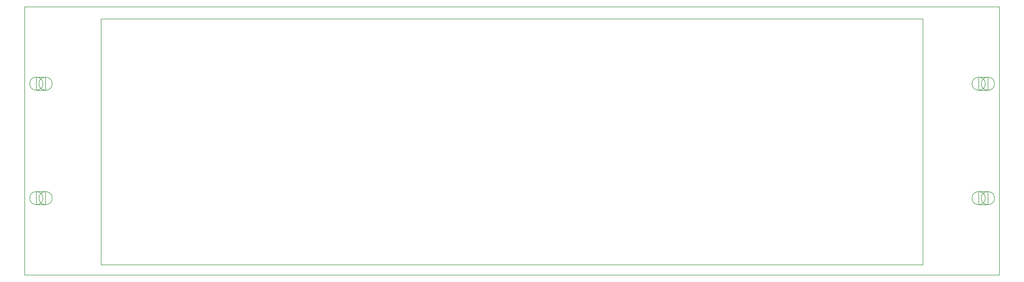
<source format=gko>
G04 Layer: BoardOutlineLayer*
G04 EasyEDA v6.5.34, 2023-10-02 19:34:43*
G04 01cc4f0829a142ab81c1f63eef754985,5a6b42c53f6a479593ecc07194224c93,10*
G04 Gerber Generator version 0.2*
G04 Scale: 100 percent, Rotated: No, Reflected: No *
G04 Dimensions in millimeters *
G04 leading zeros omitted , absolute positions ,4 integer and 5 decimal *
%FSLAX45Y45*%
%MOMM*%

%ADD10C,0.2540*%
D10*
X0Y13296900D02*
G01*
X48260000Y13296900D01*
X48260000Y0D01*
X0Y-3070D01*
X0Y13296900D01*
G75*
G01*
X711200Y9486900D02*
G02*
X1361597Y9486900I325199J0D01*
G75*
G01*
X1361597Y9486900D02*
G02*
X711200Y9486900I-325198J0D01*
X711200Y9486900D02*
G01*
X711200Y9486900D01*
X579198Y9811893D02*
G01*
X579198Y9161881D01*
X579198Y9161881D02*
G01*
X1036398Y9161881D01*
X1036398Y9161881D02*
G01*
X1036398Y9811893D01*
X1036398Y9811893D02*
G01*
X579198Y9811893D01*
G75*
G01*
X254000Y9486900D02*
G02*
X904397Y9486900I325199J0D01*
G75*
G01*
X904397Y9486900D02*
G02*
X254000Y9486900I-325198J0D01*
X254000Y9486900D02*
G01*
X254000Y9486900D01*
G75*
G01*
X254000Y3810000D02*
G02*
X904397Y3810000I325199J0D01*
G75*
G01*
X904397Y3810000D02*
G02*
X254000Y3810000I-325198J0D01*
X254000Y3810000D02*
G01*
X254000Y3810000D01*
X579198Y4134993D02*
G01*
X579198Y3484981D01*
X579198Y3484981D02*
G01*
X1036398Y3484981D01*
X1036398Y3484981D02*
G01*
X1036398Y4134993D01*
X1036398Y4134993D02*
G01*
X579198Y4134993D01*
G75*
G01*
X711200Y3810000D02*
G02*
X1361597Y3810000I325199J0D01*
G75*
G01*
X1361597Y3810000D02*
G02*
X711200Y3810000I-325198J0D01*
X711200Y3810000D02*
G01*
X711200Y3810000D01*
G75*
G01*
X47365696Y3810000D02*
G02*
X48016094Y3810000I325199J0D01*
G75*
G01*
X48016094Y3810000D02*
G02*
X47365696Y3810000I-325199J0D01*
X47365696Y3810000D02*
G01*
X47365696Y3810000D01*
X47233695Y4134993D02*
G01*
X47233695Y3484981D01*
X47233695Y3484981D02*
G01*
X47690895Y3484981D01*
X47690895Y3484981D02*
G01*
X47690895Y4134993D01*
X47690895Y4134993D02*
G01*
X47233695Y4134993D01*
G75*
G01*
X46908496Y3810000D02*
G02*
X47558894Y3810000I325199J0D01*
G75*
G01*
X47558894Y3810000D02*
G02*
X46908496Y3810000I-325199J0D01*
X46908496Y3810000D02*
G01*
X46908496Y3810000D01*
G75*
G01*
X46908496Y9486900D02*
G02*
X47558894Y9486900I325199J0D01*
G75*
G01*
X47558894Y9486900D02*
G02*
X46908496Y9486900I-325199J0D01*
X46908496Y9486900D02*
G01*
X46908496Y9486900D01*
X47233695Y9811893D02*
G01*
X47233695Y9161881D01*
X47233695Y9161881D02*
G01*
X47690895Y9161881D01*
X47690895Y9161881D02*
G01*
X47690895Y9811893D01*
X47690895Y9811893D02*
G01*
X47233695Y9811893D01*
G75*
G01*
X47365696Y9486900D02*
G02*
X48016094Y9486900I325199J0D01*
G75*
G01*
X48016094Y9486900D02*
G02*
X47365696Y9486900I-325199J0D01*
X47365696Y9486900D02*
G01*
X47365696Y9486900D01*
X3784592Y12699974D02*
G01*
X3784592Y508000D01*
X3784592Y508000D02*
G01*
X44475311Y508000D01*
X44475311Y508000D02*
G01*
X44475311Y12699974D01*
X44475311Y12699974D02*
G01*
X3784592Y12699974D01*

%LPD*%
M02*

</source>
